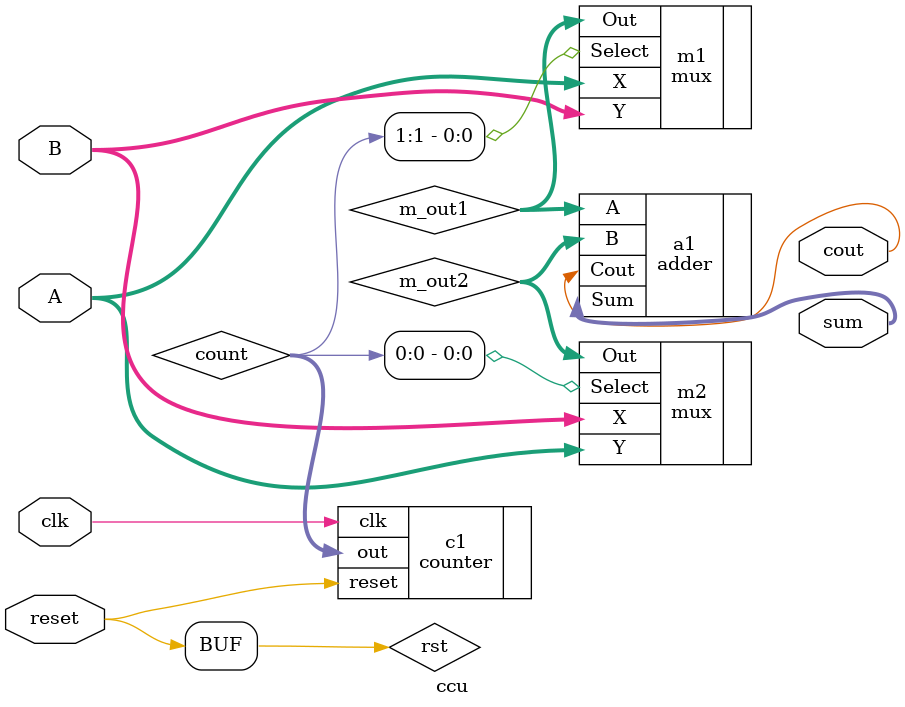
<source format=v>
`timescale 1ns/10ps

module ccu(clk, reset, A, B, sum, cout);

	input clk, reset;
	input [1:0] A, B;
	output [1:0] sum;
	output cout;

	/* Make sure the counter does not go past 2. */
	wire [1:0] count;
	wire rst;
	assign rst = reset;

	/* Define outputs for the multiplexers. */
	wire [1:0] m_out1, m_out2;

	counter c1(.clk(clk), .reset(rst), .out(count));
	mux m1(.Select(count[1]), .X(A), .Y(B), .Out(m_out1));

	mux m2(.Select(count[0]), .X(B), .Y(A), .Out(m_out2));
	adder a1(.A(m_out1), .B(m_out2), .Sum(sum), .Cout(cout));

endmodule

</source>
